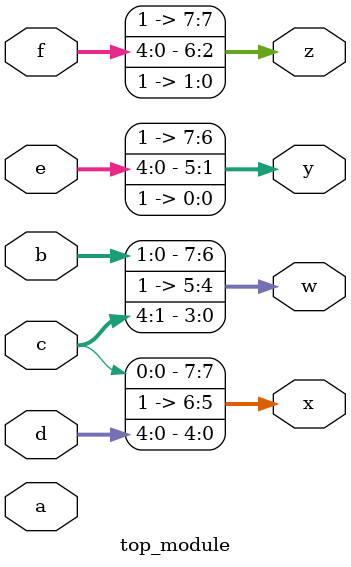
<source format=sv>
module top_module (
    input [4:0] a,
    input [4:0] b,
    input [4:0] c,
    input [4:0] d,
    input [4:0] e,
    input [4:0] f,
    output [7:0] w,
    output [7:0] x,
    output [7:0] y,
    output [7:0] z
);
    assign {w, x, y, z} = {{a, 2'b11}, {b, 2'b11}, {c, 2'b11}, {d, 2'b11}, {e, 2'b11}, {f, 2'b11}};
endmodule

</source>
